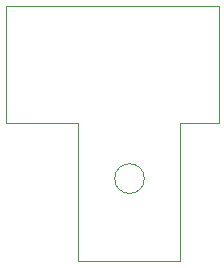
<source format=gbr>
%TF.GenerationSoftware,KiCad,Pcbnew,(5.1.10)-1*%
%TF.CreationDate,2022-03-08T18:47:31-05:00*%
%TF.ProjectId,030,3033302e-6b69-4636-9164-5f7063625858,rev?*%
%TF.SameCoordinates,Original*%
%TF.FileFunction,Profile,NP*%
%FSLAX46Y46*%
G04 Gerber Fmt 4.6, Leading zero omitted, Abs format (unit mm)*
G04 Created by KiCad (PCBNEW (5.1.10)-1) date 2022-03-08 18:47:31*
%MOMM*%
%LPD*%
G01*
G04 APERTURE LIST*
%TA.AperFunction,Profile*%
%ADD10C,0.050000*%
%TD*%
G04 APERTURE END LIST*
D10*
X101854000Y-73914000D02*
X110490000Y-73914000D01*
X95758000Y-52324000D02*
X95758000Y-62230000D01*
X95758000Y-62230000D02*
X101854000Y-62230000D01*
X110744000Y-52324000D02*
X95758000Y-52324000D01*
X101854000Y-62230000D02*
X101854000Y-73914000D01*
X110490000Y-73914000D02*
X110490000Y-62230000D01*
X107497556Y-66910000D02*
G75*
G03*
X107497556Y-66910000I-1249999J0D01*
G01*
X110490000Y-62230000D02*
X113792000Y-62230000D01*
X113792000Y-62230000D02*
X113792000Y-52324000D01*
X113792000Y-52324000D02*
X110744000Y-52324000D01*
M02*

</source>
